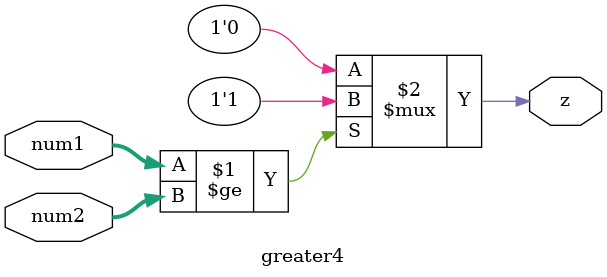
<source format=sv>
module greater4(input  [3:0]  num1,
                input[3:0] num2,
                output z
);
        // if num1 is greater than num2, gives true
        assign z = (num1 >= num2) ? 1'b1 : 1'b0;
endmodule
</source>
